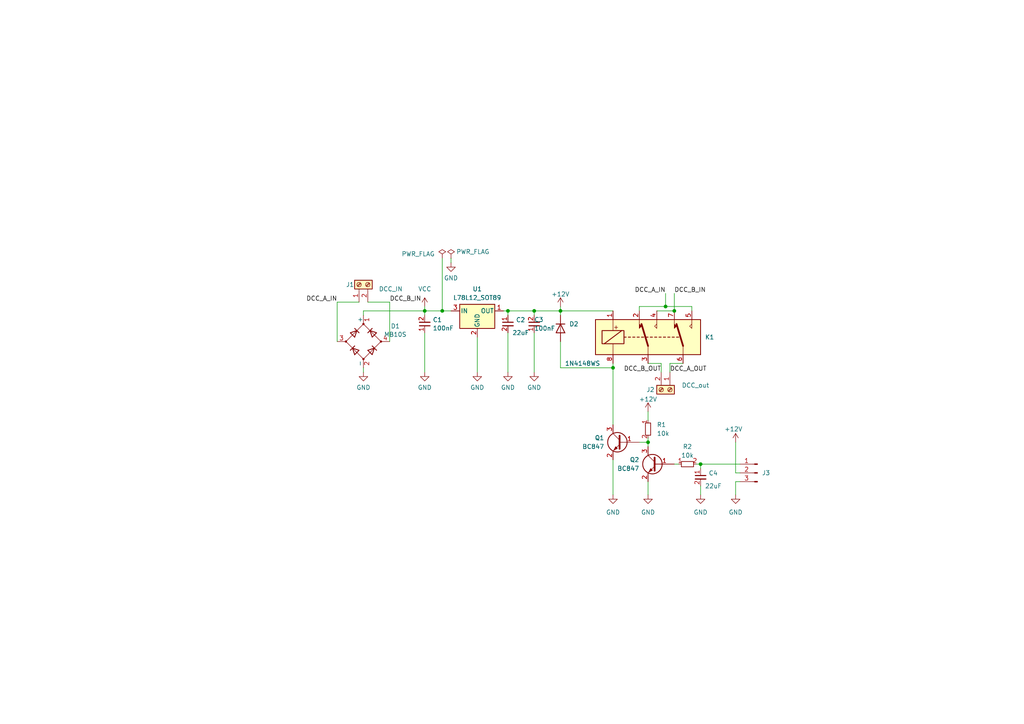
<source format=kicad_sch>
(kicad_sch (version 20230121) (generator eeschema)
  (paper "A4")
  (lib_symbols
    (symbol "Connector:Conn_01x03_Male" (pin_names (offset 1.016) hide)
      (property "Reference" "J" (at 0 5.08 0))
      (property "Value" "Conn_01x03_Male" (at 0 -5.08 0))
      (symbol "Conn_01x03_Male_1_1"
        (polyline (pts (xy 1.27 -2.54) (xy 0.8636 -2.54)) (stroke (width 0.1524)))
        (polyline (pts (xy 1.27 0) (xy 0.8636 0)) (stroke (width 0.1524)))
        (polyline (pts (xy 1.27 2.54) (xy 0.8636 2.54)) (stroke (width 0.1524)))
        (rectangle (start 0.8636 -2.413) (end 0 -2.667) (stroke (width 0.1524)) (fill (type outline)))
        (rectangle (start 0.8636 0.127) (end 0 -0.127) (stroke (width 0.1524)) (fill (type outline)))
        (rectangle (start 0.8636 2.667) (end 0 2.413) (stroke (width 0.1524)) (fill (type outline)))
        (pin passive line (at 5.08 2.54 180) (length 3.81) (name "Pin_1") (number "1"))
        (pin passive line (at 5.08 0 180) (length 3.81) (name "Pin_2") (number "2"))
        (pin passive line (at 5.08 -2.54 180) (length 3.81) (name "Pin_3") (number "3"))
      )
    )
    (symbol "Connector:Screw_Terminal_01x02" (pin_names (offset 1.016) hide)
      (property "Reference" "J" (at 0 2.54 0))
      (property "Value" "Screw_Terminal_01x02" (at 0 -5.08 0))
      (symbol "Screw_Terminal_01x02_1_1"
        (rectangle (start -1.27 1.27) (end 1.27 -3.81) (stroke (width 0.254)) (fill (type background)))
        (circle (center 0 -2.54) (radius 0.635) (stroke (width 0.1524)))
        (polyline (pts (xy -0.5334 -2.2098) (xy 0.3302 -3.048)) (stroke (width 0.1524)))
        (polyline (pts (xy -0.5334 0.3302) (xy 0.3302 -0.508)) (stroke (width 0.1524)))
        (polyline (pts (xy -0.3556 -2.032) (xy 0.508 -2.8702)) (stroke (width 0.1524)))
        (polyline (pts (xy -0.3556 0.508) (xy 0.508 -0.3302)) (stroke (width 0.1524)))
        (circle (center 0 0) (radius 0.635) (stroke (width 0.1524)))
        (pin passive line (at -5.08 0 0) (length 3.81) (name "Pin_1") (number "1"))
        (pin passive line (at -5.08 -2.54 0) (length 3.81) (name "Pin_2") (number "2"))
      )
    )
    (symbol "capacitor_miscellaneous:C_0603_100nF"
      (property "Reference" "C" (at 1.27 2.54 0))
      (property "Value" "100nF" (at 3.81 -2.54 0))
      (property "JLCPCB Part#" "C14663" (at 0 0 0))
      (symbol "C_0603_100nF_0_1"
        (polyline (pts (xy -1.524 -0.508) (xy 1.524 -0.508)) (stroke (width 0.3302)))
        (polyline (pts (xy -1.524 0.508) (xy 1.524 0.508)) (stroke (width 0.3048)))
      )
      (symbol "C_0603_100nF_1_1"
        (pin passive line (at 0 2.54 270) (length 2.032) (name "~") (number "1"))
        (pin passive line (at 0 -2.54 90) (length 2.032) (name "~") (number "2"))
      )
    )
    (symbol "capacitor_miscellaneous:C_1206_47uF"
      (property "Reference" "C" (at 1.27 2.54 0))
      (property "Value" "47uF" (at 3.81 -2.54 0))
      (symbol "C_1206_47uF_0_1"
        (polyline (pts (xy -1.524 -0.508) (xy 1.524 -0.508)) (stroke (width 0.3302)))
        (polyline (pts (xy -1.524 0.508) (xy 1.524 0.508)) (stroke (width 0.3048)))
      )
      (symbol "C_1206_47uF_1_1"
        (pin passive line (at 0 2.54 270) (length 2.032) (name "~") (number "1"))
        (pin passive line (at 0 -2.54 90) (length 2.032) (name "~") (number "2"))
      )
    )
    (symbol "custom_kicad_lib_sk:1N4148WS" (pin_numbers hide) (pin_names hide)
      (property "Reference" "D" (at 0 2.54 0))
      (property "Value" "1N4148WS" (at 0 -2.54 0))
      (symbol "1N4148WS_0_1"
        (polyline (pts (xy -1.27 1.27) (xy -1.27 -1.27)) (stroke (width 0.254)))
        (polyline (pts (xy 1.27 0) (xy -1.27 0)))
        (polyline (pts (xy 1.27 1.27) (xy 1.27 -1.27) (xy -1.27 0) (xy 1.27 1.27)) (stroke (width 0.254)))
      )
      (symbol "1N4148WS_1_1"
        (pin passive line (at -3.81 0 0) (length 2.54) (name "K") (number "1"))
        (pin passive line (at 3.81 0 180) (length 2.54) (name "A") (number "2"))
      )
    )
    (symbol "custom_kicad_lib_sk:BC847" (pin_names (offset 0) hide)
      (property "Reference" "Q" (at 5.08 1.905 0))
      (property "Value" "BC847" (at 5.08 0 0))
      (property "JLCPCB Part#" "C181140" (at 0 0 0))
      (symbol "BC847_0_1"
        (polyline (pts (xy 0.635 0.635) (xy 2.54 2.54)))
        (polyline (pts (xy 0.635 -0.635) (xy 2.54 -2.54) (xy 2.54 -2.54)))
        (polyline (pts (xy 0.635 1.905) (xy 0.635 -1.905) (xy 0.635 -1.905)) (stroke (width 0.508)))
        (polyline (pts (xy 1.27 -1.778) (xy 1.778 -1.27) (xy 2.286 -2.286) (xy 1.27 -1.778) (xy 1.27 -1.778)) (fill (type outline)))
        (circle (center 1.27 0) (radius 2.8194) (stroke (width 0.254)))
      )
      (symbol "BC847_1_1"
        (pin input line (at -5.08 0 0) (length 5.715) (name "B") (number "1"))
        (pin passive line (at 2.54 -5.08 90) (length 2.54) (name "E") (number "2"))
        (pin passive line (at 2.54 5.08 270) (length 2.54) (name "C") (number "3"))
      )
    )
    (symbol "custom_kicad_lib_sk:G6K-2"
      (property "Reference" "K" (at 16.51 3.81 0))
      (property "JLCPCB Part#" "C47190" (at 0 0 0))
      (symbol "G6K-2_0_0"
        (text "+" (at -9.271 2.921 0) (effects (font (size 1.27 1.27))))
      )
      (symbol "G6K-2_0_1"
        (rectangle (start -15.24 5.08) (end 15.24 -5.08) (stroke (width 0.254)) (fill (type background)))
        (rectangle (start -13.335 1.905) (end -6.985 -1.905) (stroke (width 0.254)))
        (polyline (pts (xy -12.7 -1.905) (xy -7.62 1.905)) (stroke (width 0.254)))
        (polyline (pts (xy -10.16 -5.08) (xy -10.16 -1.905)))
        (polyline (pts (xy -10.16 5.08) (xy -10.16 1.905)))
        (polyline (pts (xy -6.985 0) (xy -6.35 0)) (stroke (width 0.254)))
        (polyline (pts (xy -5.715 0) (xy -5.08 0)) (stroke (width 0.254)))
        (polyline (pts (xy -4.445 0) (xy -3.81 0)) (stroke (width 0.254)))
        (polyline (pts (xy -3.175 0) (xy -2.54 0)) (stroke (width 0.254)))
        (polyline (pts (xy -1.905 0) (xy -1.27 0)) (stroke (width 0.254)))
        (polyline (pts (xy -0.635 0) (xy 0 0)) (stroke (width 0.254)))
        (polyline (pts (xy 0 -2.54) (xy -1.905 3.81)) (stroke (width 0.508)))
        (polyline (pts (xy 0 -2.54) (xy 0 -5.08)))
        (polyline (pts (xy 0.635 0) (xy 1.27 0)) (stroke (width 0.254)))
        (polyline (pts (xy 1.905 0) (xy 2.54 0)) (stroke (width 0.254)))
        (polyline (pts (xy 3.175 0) (xy 3.81 0)) (stroke (width 0.254)))
        (polyline (pts (xy 4.445 0) (xy 5.08 0)) (stroke (width 0.254)))
        (polyline (pts (xy 5.715 0) (xy 6.35 0)) (stroke (width 0.254)))
        (polyline (pts (xy 6.985 0) (xy 7.62 0)) (stroke (width 0.254)))
        (polyline (pts (xy 8.255 0) (xy 8.89 0)) (stroke (width 0.254)))
        (polyline (pts (xy 10.16 -2.54) (xy 8.255 3.81)) (stroke (width 0.508)))
        (polyline (pts (xy 10.16 -2.54) (xy 10.16 -5.08)))
        (polyline (pts (xy -2.54 5.08) (xy -2.54 2.54) (xy -1.905 3.175) (xy -2.54 3.81)) (fill (type outline)))
        (polyline (pts (xy 2.54 5.08) (xy 2.54 2.54) (xy 1.905 3.175) (xy 2.54 3.81)))
        (polyline (pts (xy 7.62 5.08) (xy 7.62 2.54) (xy 8.255 3.175) (xy 7.62 3.81)) (fill (type outline)))
        (polyline (pts (xy 12.7 5.08) (xy 12.7 2.54) (xy 12.065 3.175) (xy 12.7 3.81)))
      )
      (symbol "G6K-2_1_1"
        (pin passive line (at -10.16 7.62 270) (length 2.54) (name "~") (number "1"))
        (pin passive line (at -2.54 7.62 270) (length 2.54) (name "~") (number "2"))
        (pin passive line (at 0 -7.62 90) (length 2.54) (name "~") (number "3"))
        (pin passive line (at 2.54 7.62 270) (length 2.54) (name "~") (number "4"))
        (pin passive line (at 12.7 7.62 270) (length 2.54) (name "~") (number "5"))
        (pin passive line (at 10.16 -7.62 90) (length 2.54) (name "~") (number "6"))
        (pin passive line (at 7.62 7.62 270) (length 2.54) (name "~") (number "7"))
        (pin passive line (at -10.16 -7.62 90) (length 2.54) (name "~") (number "8"))
      )
    )
    (symbol "custom_kicad_lib_sk:L78L12_SOT89" (pin_names (offset 0.254))
      (property "Reference" "U" (at -3.81 3.175 0))
      (property "Value" "L78L12_SOT89" (at -0.635 3.175 0))
      (property "JLCPCB Part#" "C75501" (at 0 0 0))
      (symbol "L78L12_SOT89_0_1"
        (rectangle (start -5.08 1.905) (end 5.08 -5.08) (stroke (width 0.254)) (fill (type background)))
      )
      (symbol "L78L12_SOT89_1_1"
        (pin power_out line (at 7.62 0 180) (length 2.54) (name "OUT") (number "1"))
        (pin power_in line (at 0 -7.62 90) (length 2.54) (name "GND") (number "2"))
        (pin power_in line (at -7.62 0 0) (length 2.54) (name "IN") (number "3"))
      )
    )
    (symbol "custom_kicad_lib_sk:MB10S" (pin_names (offset 0))
      (property "Reference" "D" (at 2.54 6.985 0))
      (property "Value" "MB10S" (at 2.54 5.08 0))
      (property "JLCPCB Part#" "C2488" (at 0 0 0))
      (symbol "MB10S_0_1"
        (circle (center -5.08 0) (radius 0.254) (fill (type outline)))
        (circle (center 0 -5.08) (radius 0.254) (fill (type outline)))
        (polyline (pts (xy -2.54 3.81) (xy -1.27 2.54)) (stroke (width 0.254)))
        (polyline (pts (xy -1.27 -2.54) (xy -2.54 -3.81)) (stroke (width 0.254)))
        (polyline (pts (xy 2.54 -1.27) (xy 3.81 -2.54)) (stroke (width 0.254)))
        (polyline (pts (xy 2.54 1.27) (xy 3.81 2.54)) (stroke (width 0.254)))
        (polyline (pts (xy -3.81 2.54) (xy -2.54 1.27) (xy -1.905 3.175) (xy -3.81 2.54)) (stroke (width 0.254)))
        (polyline (pts (xy -2.54 -1.27) (xy -3.81 -2.54) (xy -1.905 -3.175) (xy -2.54 -1.27)) (stroke (width 0.254)))
        (polyline (pts (xy 1.27 2.54) (xy 2.54 3.81) (xy 3.175 1.905) (xy 1.27 2.54)) (stroke (width 0.254)))
        (polyline (pts (xy 3.175 -1.905) (xy 1.27 -2.54) (xy 2.54 -3.81) (xy 3.175 -1.905)) (stroke (width 0.254)))
        (polyline (pts (xy -5.08 0) (xy 0 -5.08) (xy 5.08 0) (xy 0 5.08) (xy -5.08 0)))
        (circle (center 0 5.08) (radius 0.254) (fill (type outline)))
        (circle (center 5.08 0) (radius 0.254) (fill (type outline)))
      )
      (symbol "MB10S_1_1"
        (pin passive line (at 7.62 0 180) (length 2.54) (name "+") (number "1"))
        (pin passive line (at -7.62 0 0) (length 2.54) (name "-") (number "2"))
        (pin passive line (at 0 7.62 270) (length 2.54) (name "~") (number "3"))
        (pin passive line (at 0 -7.62 90) (length 2.54) (name "~") (number "4"))
      )
    )
    (symbol "power:+12V" (power) (pin_names (offset 0))
      (property "Value" "+12V" (at 0 3.556 0))
      (symbol "+12V_0_1"
        (polyline (pts (xy -0.762 1.27) (xy 0 2.54)))
        (polyline (pts (xy 0 0) (xy 0 2.54)))
        (polyline (pts (xy 0 2.54) (xy 0.762 1.27)))
      )
      (symbol "+12V_1_1"
        (pin power_in line (at 0 0 90) (length 0) hide (name "+12V") (number "1"))
      )
    )
    (symbol "power:GND" (power) (pin_names (offset 0))
      (property "Value" "GND" (at 0 -3.81 0))
      (symbol "GND_0_1"
        (polyline (pts (xy 0 0) (xy 0 -1.27) (xy 1.27 -1.27) (xy 0 -2.54) (xy -1.27 -1.27) (xy 0 -1.27)))
      )
      (symbol "GND_1_1"
        (pin power_in line (at 0 0 270) (length 0) hide (name "GND") (number "1"))
      )
    )
    (symbol "power:PWR_FLAG" (power) (pin_numbers hide) (pin_names (offset 0) hide)
      (property "Value" "PWR_FLAG" (at 0 3.81 0))
      (symbol "PWR_FLAG_0_0"
        (pin power_out line (at 0 0 90) (length 0) (name "pwr") (number "1"))
      )
      (symbol "PWR_FLAG_0_1"
        (polyline (pts (xy 0 0) (xy 0 1.27) (xy -1.016 1.905) (xy 0 2.54) (xy 1.016 1.905) (xy 0 1.27)))
      )
    )
    (symbol "power:VCC" (power) (pin_names (offset 0))
      (property "Value" "VCC" (at 0 3.81 0))
      (symbol "VCC_0_1"
        (polyline (pts (xy -0.762 1.27) (xy 0 2.54)))
        (polyline (pts (xy 0 0) (xy 0 2.54)))
        (polyline (pts (xy 0 2.54) (xy 0.762 1.27)))
      )
      (symbol "VCC_1_1"
        (pin power_in line (at 0 0 90) (length 0) hide (name "VCC") (number "1"))
      )
    )
    (symbol "resistors_0603:R_10k_0603"
      (property "Reference" "R" (at 1.27 2.54 0))
      (property "Value" "10k" (at 2.54 -2.54 0))
      (symbol "R_10k_0603_0_1"
        (rectangle (start -0.762 1.778) (end 0.762 -1.778) (stroke (width 0.2032)))
      )
      (symbol "R_10k_0603_1_1"
        (pin passive line (at 0 2.54 270) (length 0.762) (name "~") (number "1"))
        (pin passive line (at 0 -2.54 90) (length 0.762) (name "~") (number "2"))
      )
    )
  )
  (junction (at 123.19 90.17))
  (junction (at 195.58 90.17))
  (junction (at 154.94 90.17))
  (junction (at 128.27 90.17))
  (junction (at 162.56 90.17))
  (junction (at 177.8 106.68))
  (junction (at 193.04 88.9))
  (junction (at 187.96 128.27))
  (junction (at 147.32 90.17))
  (junction (at 203.2 134.62))
  (wire (pts (xy 113.03 87.63) (xy 113.03 99.06)))
  (wire (pts (xy 162.56 90.17) (xy 177.8 90.17)))
  (wire (pts (xy 147.32 90.17) (xy 154.94 90.17)))
  (wire (pts (xy 123.19 88.9) (xy 123.19 90.17)))
  (wire (pts (xy 177.8 133.35) (xy 177.8 143.51)))
  (wire (pts (xy 201.93 134.62) (xy 203.2 134.62)))
  (wire (pts (xy 187.96 127) (xy 187.96 128.27)))
  (wire (pts (xy 106.68 87.63) (xy 113.03 87.63)))
  (wire (pts (xy 195.58 90.17) (xy 190.5 90.17)))
  (wire (pts (xy 154.94 90.17) (xy 162.56 90.17)))
  (wire (pts (xy 177.8 105.41) (xy 177.8 106.68)))
  (wire (pts (xy 213.36 139.7) (xy 214.63 139.7)))
  (wire (pts (xy 195.58 90.17) (xy 195.58 85.09)))
  (wire (pts (xy 200.66 88.9) (xy 200.66 90.17)))
  (wire (pts (xy 177.8 106.68) (xy 177.8 123.19)))
  (wire (pts (xy 162.56 106.68) (xy 177.8 106.68)))
  (wire (pts (xy 185.42 90.17) (xy 185.42 88.9)))
  (wire (pts (xy 193.04 88.9) (xy 193.04 85.09)))
  (wire (pts (xy 130.81 74.93) (xy 130.81 76.2)))
  (wire (pts (xy 213.36 137.16) (xy 214.63 137.16)))
  (wire (pts (xy 187.96 143.51) (xy 187.96 139.7)))
  (wire (pts (xy 162.56 99.06) (xy 162.56 106.68)))
  (wire (pts (xy 138.43 97.79) (xy 138.43 107.95)))
  (wire (pts (xy 128.27 74.93) (xy 128.27 90.17)))
  (wire (pts (xy 123.19 91.44) (xy 123.19 90.17)))
  (wire (pts (xy 105.41 106.68) (xy 105.41 107.95)))
  (wire (pts (xy 162.56 91.44) (xy 162.56 90.17)))
  (wire (pts (xy 154.94 90.17) (xy 154.94 91.44)))
  (wire (pts (xy 187.96 119.38) (xy 187.96 121.92)))
  (wire (pts (xy 104.14 87.63) (xy 97.79 87.63)))
  (wire (pts (xy 193.04 88.9) (xy 200.66 88.9)))
  (wire (pts (xy 203.2 140.97) (xy 203.2 143.51)))
  (wire (pts (xy 191.77 105.41) (xy 187.96 105.41)))
  (wire (pts (xy 97.79 87.63) (xy 97.79 99.06)))
  (wire (pts (xy 191.77 105.41) (xy 191.77 107.95)))
  (wire (pts (xy 105.41 90.17) (xy 105.41 91.44)))
  (wire (pts (xy 123.19 90.17) (xy 128.27 90.17)))
  (wire (pts (xy 147.32 91.44) (xy 147.32 90.17)))
  (wire (pts (xy 196.85 134.62) (xy 195.58 134.62)))
  (wire (pts (xy 187.96 128.27) (xy 187.96 129.54)))
  (wire (pts (xy 154.94 96.52) (xy 154.94 107.95)))
  (wire (pts (xy 162.56 88.9) (xy 162.56 90.17)))
  (wire (pts (xy 213.36 139.7) (xy 213.36 143.51)))
  (wire (pts (xy 185.42 88.9) (xy 193.04 88.9)))
  (wire (pts (xy 185.42 128.27) (xy 187.96 128.27)))
  (wire (pts (xy 203.2 134.62) (xy 203.2 135.89)))
  (wire (pts (xy 123.19 96.52) (xy 123.19 107.95)))
  (wire (pts (xy 194.31 105.41) (xy 194.31 107.95)))
  (wire (pts (xy 198.12 105.41) (xy 194.31 105.41)))
  (wire (pts (xy 128.27 90.17) (xy 130.81 90.17)))
  (wire (pts (xy 146.05 90.17) (xy 147.32 90.17)))
  (wire (pts (xy 213.36 128.27) (xy 213.36 137.16)))
  (wire (pts (xy 105.41 90.17) (xy 123.19 90.17)))
  (wire (pts (xy 203.2 134.62) (xy 214.63 134.62)))
  (wire (pts (xy 147.32 107.95) (xy 147.32 96.52)))
  (label "DCC_B_IN" (at 195.58 85.09 0))
  (label "DCC_B_OUT" (at 191.77 107.95 180))
  (label "DCC_A_IN" (at 193.04 85.09 180))
  (label "DCC_A_IN" (at 97.79 87.63 180))
  (label "DCC_B_IN" (at 113.03 87.63 0))
  (label "DCC_A_OUT" (at 194.31 107.95 0))
  (symbol (lib_id "custom_kicad_lib_sk:G6K-2") (at 187.96 97.79 0) (unit 1)
    (property "Reference" "K1" (at 204.47 97.79 0) (effects (justify left)))
    (property "Value" "G6K-2F-Y-TR DC5" (effects hide))
    (property "Footprint" "Relay_SMD:Relay_DPDT_Omron_G6K-2F-Y" (effects hide))
    (property "Datasheet" "http://omronfs.omron.com/en_US/ecb/products/pdf/en-g6k.pdf" (effects hide))
    (property "JLCPCB Part#" "C397192" (effects hide))
  )
  (symbol (lib_id "power:GND") (at 123.19 107.95 0) (unit 1)
    (property "Reference" "#PWR03" (effects hide))
    (property "Value" "GND" (at 123.19 112.395 0))
  )
  (symbol (lib_id "power:PWR_FLAG") (at 128.27 74.93 0) (unit 1)
    (property "Reference" "#FLG01" (effects hide))
    (property "Value" "PWR_FLAG" (at 121.285 73.66 0))
  )
  (symbol (lib_id "power:GND") (at 177.8 143.51 0) (unit 1)
    (property "Reference" "#PWR09" (effects hide))
    (property "Value" "GND" (at 177.8 148.59 0))
  )
  (symbol (lib_id "power:GND") (at 154.94 107.95 0) (unit 1)
    (property "Reference" "#PWR07" (effects hide))
    (property "Value" "GND" (at 154.94 112.395 0))
  )
  (symbol (lib_id "power:GND") (at 187.96 143.51 0) (unit 1)
    (property "Reference" "#PWR011" (effects hide))
    (property "Value" "GND" (at 187.96 148.59 0))
  )
  (symbol (lib_id "power:+12V") (at 162.56 88.9 0) (unit 1)
    (property "Reference" "#PWR08" (effects hide))
    (property "Value" "+12V" (at 162.56 85.3242 0))
  )
  (symbol (lib_id "resistors_0603:R_10k_0603") (at 199.39 134.62 90) (unit 1)
    (property "Reference" "R2" (at 199.39 129.54 90))
    (property "Value" "10k" (at 199.39 132.08 90))
    (property "Footprint" "custom_kicad_lib_sk:R_0603_smalltext" (effects hide))
    (property "JLCPCB Part#" "C25804" (effects hide))
  )
  (symbol (lib_id "custom_kicad_lib_sk:BC847") (at 190.5 134.62 0) (mirror y) (unit 1)
    (property "Reference" "Q2" (at 185.42 133.35 0) (effects (justify left)))
    (property "Value" "BC847" (at 185.42 135.89 0) (effects (justify left)))
    (property "Footprint" "Package_TO_SOT_SMD:SOT-23" (effects hide))
    (property "Datasheet" "https://www.onsemi.com/pub/Collateral/BC818-D.pdf" (effects hide))
    (property "JLCPCB Part#" "C181140" (effects hide))
  )
  (symbol (lib_id "power:+12V") (at 213.36 128.27 0) (unit 1)
    (property "Reference" "#PWR013" (effects hide))
    (property "Value" "+12V" (at 212.725 124.46 0))
  )
  (symbol (lib_id "custom_kicad_lib_sk:L78L12_SOT89") (at 138.43 90.17 0) (unit 1)
    (property "Reference" "U1" (at 138.43 83.82 0))
    (property "Value" "L78L12_SOT89" (at 138.43 86.36 0))
    (property "Footprint" "Package_TO_SOT_SMD:SOT-89-3" (effects hide))
    (property "Datasheet" "http://www.st.com/content/ccc/resource/technical/document/datasheet/15/55/e5/aa/23/5b/43/fd/CD00000446.pdf/files/CD00000446.pdf/jcr:content/translations/en.CD00000446.pdf" (effects hide))
    (property "JLCPCB Part#" "C75501" (effects hide))
  )
  (symbol (lib_id "power:GND") (at 138.43 107.95 0) (unit 1)
    (property "Reference" "#PWR05" (effects hide))
    (property "Value" "GND" (at 138.43 112.395 0))
  )
  (symbol (lib_id "power:GND") (at 147.32 107.95 0) (unit 1)
    (property "Reference" "#PWR06" (effects hide))
    (property "Value" "GND" (at 147.32 112.395 0))
  )
  (symbol (lib_id "resistors_0603:R_10k_0603") (at 187.96 124.46 0) (unit 1)
    (property "Reference" "R1" (at 190.5 123.19 0) (effects (justify left)))
    (property "Value" "10k" (at 190.5 125.73 0) (effects (justify left)))
    (property "Footprint" "custom_kicad_lib_sk:R_0603_smalltext" (effects hide))
    (property "JLCPCB Part#" "C25804" (effects hide))
  )
  (symbol (lib_id "custom_kicad_lib_sk:MB10S") (at 105.41 99.06 90) (unit 1)
    (property "Reference" "D1" (at 114.6651 94.5936 90))
    (property "Value" "MB10S" (at 114.6651 97.0178 90))
    (property "Footprint" "custom_kicad_lib_sk:MB10s" (effects hide))
    (property "JLCPCB Part#" "C2488" (effects hide))
  )
  (symbol (lib_id "custom_kicad_lib_sk:1N4148WS") (at 162.56 95.25 270) (unit 1)
    (property "Reference" "D2" (at 165.1 93.98 90) (effects (justify left)))
    (property "Value" "1N4148WS" (at 163.83 105.41 90) (effects (justify left)))
    (property "Footprint" "Diode_SMD:D_SOD-323" (effects hide))
    (property "Datasheet" "https://www.vishay.com/docs/85751/1n4148ws.pdf" (effects hide))
    (property "Sim.Device" "D" (effects hide))
    (property "Sim.Pins" "1=K 2=A" (effects hide))
    (property "JLCPCB Part#" "C2128" (effects hide))
  )
  (symbol (lib_id "power:PWR_FLAG") (at 130.81 74.93 0) (unit 1)
    (property "Reference" "#FLG02" (effects hide))
    (property "Value" "PWR_FLAG" (at 137.16 73.025 0))
  )
  (symbol (lib_id "Connector:Conn_01x03_Male") (at 219.71 137.16 0) (mirror y) (unit 1)
    (property "Reference" "J3" (at 220.98 137.1599 0) (effects (justify right)))
    (property "Value" "Conn_01x03_Male" (effects hide))
    (property "Footprint" "Connector_PinHeader_2.54mm:PinHeader_1x03_P2.54mm_Horizontal" (effects hide))
  )
  (symbol (lib_id "power:GND") (at 213.36 143.51 0) (unit 1)
    (property "Reference" "#PWR014" (effects hide))
    (property "Value" "GND" (at 213.36 148.59 0))
  )
  (symbol (lib_id "Connector:Screw_Terminal_01x02") (at 194.31 113.03 270) (unit 1)
    (property "Reference" "J2" (at 189.865 113.03 90) (effects (justify right)))
    (property "Value" "DCC_out" (at 205.74 111.76 90) (effects (justify right)))
    (property "Footprint" "TerminalBlock_Phoenix:TerminalBlock_Phoenix_MKDS-1,5-2-5.08_1x02_P5.08mm_Horizontal" (effects hide))
  )
  (symbol (lib_id "capacitor_miscellaneous:C_1206_47uF") (at 147.32 93.98 0) (unit 1)
    (property "Reference" "C2" (at 149.6441 92.7742 0) (effects (justify left)))
    (property "Value" "22uF" (at 148.59 96.52 0) (effects (justify left)))
    (property "Footprint" "Capacitor_SMD:C_1206_3216Metric" (effects hide))
    (property "JLCPCB Part#" "C12891" (effects hide))
  )
  (symbol (lib_id "power:+12V") (at 187.96 119.38 0) (unit 1)
    (property "Reference" "#PWR010" (effects hide))
    (property "Value" "+12V" (at 187.96 115.8042 0))
  )
  (symbol (lib_id "power:VCC") (at 123.19 88.9 0) (unit 1)
    (property "Reference" "#PWR02" (effects hide))
    (property "Value" "VCC" (at 123.19 83.82 0))
  )
  (symbol (lib_id "power:GND") (at 105.41 107.95 0) (unit 1)
    (property "Reference" "#PWR01" (effects hide))
    (property "Value" "GND" (at 105.41 112.395 0))
  )
  (symbol (lib_id "capacitor_miscellaneous:C_1206_47uF") (at 203.2 138.43 0) (unit 1)
    (property "Reference" "C4" (at 205.5241 137.2242 0) (effects (justify left)))
    (property "Value" "22uF" (at 204.47 140.97 0) (effects (justify left)))
    (property "Footprint" "Capacitor_SMD:C_1206_3216Metric" (effects hide))
    (property "JLCPCB Part#" "C12891" (effects hide))
  )
  (symbol (lib_id "power:GND") (at 130.81 76.2 0) (unit 1)
    (property "Reference" "#PWR04" (effects hide))
    (property "Value" "GND" (at 130.81 80.645 0))
  )
  (symbol (lib_id "capacitor_miscellaneous:C_0603_100nF") (at 154.94 93.98 180) (unit 1)
    (property "Reference" "C3" (at 154.94 92.71 0) (effects (justify right)))
    (property "Value" "100nF" (at 154.94 95.25 0) (effects (justify right)))
    (property "Footprint" "Capacitor_SMD:C_0603_1608Metric" (effects hide))
    (property "JLCPCB Part#" "C14663" (effects hide))
  )
  (symbol (lib_id "power:GND") (at 203.2 143.51 0) (unit 1)
    (property "Reference" "#PWR012" (effects hide))
    (property "Value" "GND" (at 203.2 148.59 0))
  )
  (symbol (lib_id "custom_kicad_lib_sk:BC847") (at 180.34 128.27 0) (mirror y) (unit 1)
    (property "Reference" "Q1" (at 175.26 127 0) (effects (justify left)))
    (property "Value" "BC847" (at 175.26 129.54 0) (effects (justify left)))
    (property "Footprint" "Package_TO_SOT_SMD:SOT-23" (effects hide))
    (property "Datasheet" "https://www.onsemi.com/pub/Collateral/BC818-D.pdf" (effects hide))
    (property "JLCPCB Part#" "C181140" (effects hide))
  )
  (symbol (lib_id "Connector:Screw_Terminal_01x02") (at 104.14 82.55 90) (unit 1)
    (property "Reference" "J1" (at 100.33 82.55 90) (effects (justify right)))
    (property "Value" "DCC_IN" (at 109.855 83.8199 90) (effects (justify right)))
    (property "Footprint" "TerminalBlock_Phoenix:TerminalBlock_Phoenix_MKDS-1,5-2-5.08_1x02_P5.08mm_Horizontal" (effects hide))
  )
  (symbol (lib_id "capacitor_miscellaneous:C_0603_100nF") (at 123.19 93.98 180) (unit 1)
    (property "Reference" "C1" (at 125.5141 92.7615 0) (effects (justify right)))
    (property "Value" "100nF" (at 125.5141 95.1857 0) (effects (justify right)))
    (property "Footprint" "Capacitor_SMD:C_0603_1608Metric" (effects hide))
    (property "JLCPCB Part#" "C14663" (effects hide))
  )
)
</source>
